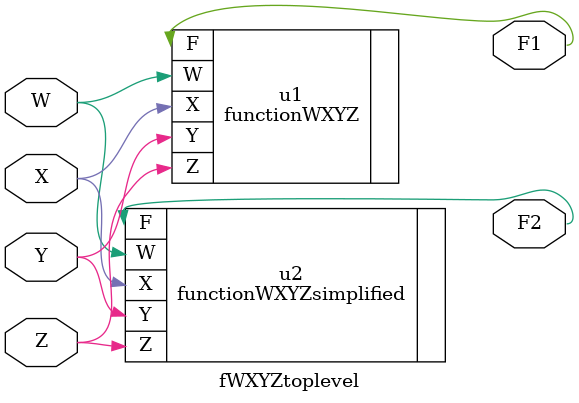
<source format=sv>
module fWXYZtoplevel(
input logic W, X, Y, Z,
output logic F1, F2
);

// Instantiating functionWXYZ
functionWXYZ u1 (
    .W(W), .X(X),
    .Y(Y),  .Z(Z),
    .F(F1)  // Output of functionWXYZ is F1
);

// Instantiating functionWXYZsimplified
functionWXYZsimplified u2 (
    .W(W), .X(X), 
    .Y(Y), .Z(Z), 
    .F(F2)  // Output of functionWXYZsimplified is F2
);

endmodule
</source>
